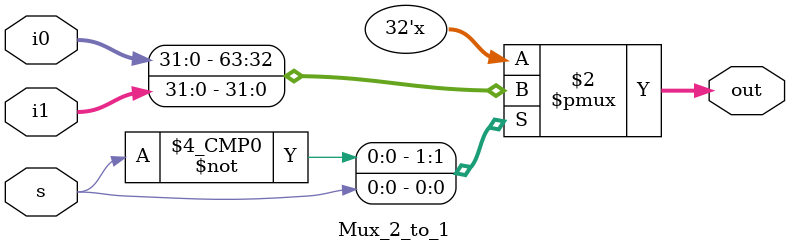
<source format=v>
module Mux_2_to_1(out, s, i1, i0); 
input [31:0] i1, i0; 
input s; 
output [31:0]out; 
reg [31:0] out;
always @ (s or i0 or i1)
case(s) 
1'b0:out=i0;
1'b1:out=i1;
endcase
endmodule 

</source>
